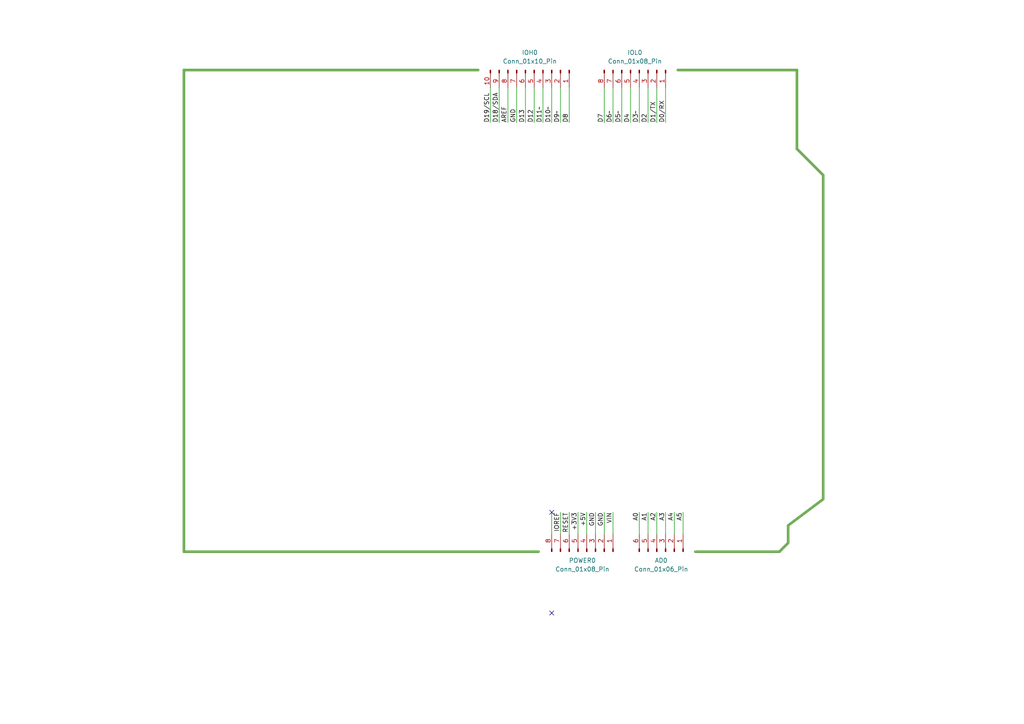
<source format=kicad_sch>
(kicad_sch (version 20250114) (generator "eeschema") (generator_version "9.0")
  (paper "A4")
  (lib_symbols
    (symbol "Connector:Conn_01x06_Pin" (pin_names (offset 1.016) (hide yes))
      (property "Reference" "J" (at 0 7.62 0))
      (property "Value" "Conn_01x06_Pin" (at 0 -10.16 0))
      (symbol "Conn_01x06_Pin_1_1"
        (rectangle (start 0.8636 5.207) (end 0 4.953) (stroke (width 0.1524)) (fill (type outline)))
        (rectangle (start 0.8636 2.667) (end 0 2.413) (stroke (width 0.1524)) (fill (type outline)))
        (rectangle (start 0.8636 0.127) (end 0 -0.127) (stroke (width 0.1524)) (fill (type outline)))
        (rectangle (start 0.8636 -2.413) (end 0 -2.667) (stroke (width 0.1524)) (fill (type outline)))
        (rectangle (start 0.8636 -4.953) (end 0 -5.207) (stroke (width 0.1524)) (fill (type outline)))
        (rectangle (start 0.8636 -7.493) (end 0 -7.747) (stroke (width 0.1524)) (fill (type outline)))
        (polyline (pts (xy 1.27 5.08) (xy 0.8636 5.08)) (stroke (width 0.1524)))
        (polyline (pts (xy 1.27 2.54) (xy 0.8636 2.54)) (stroke (width 0.1524)))
        (polyline (pts (xy 1.27 0) (xy 0.8636 0)) (stroke (width 0.1524)))
        (polyline (pts (xy 1.27 -2.54) (xy 0.8636 -2.54)) (stroke (width 0.1524)))
        (polyline (pts (xy 1.27 -5.08) (xy 0.8636 -5.08)) (stroke (width 0.1524)))
        (polyline (pts (xy 1.27 -7.62) (xy 0.8636 -7.62)) (stroke (width 0.1524)))
        (pin passive line (at 5.08 5.08 180) (length 3.81) (name "Pin_1") (number "1"))
        (pin passive line (at 5.08 2.54 180) (length 3.81) (name "Pin_2") (number "2"))
        (pin passive line (at 5.08 0 180) (length 3.81) (name "Pin_3") (number "3"))
        (pin passive line (at 5.08 -2.54 180) (length 3.81) (name "Pin_4") (number "4"))
        (pin passive line (at 5.08 -5.08 180) (length 3.81) (name "Pin_5") (number "5"))
        (pin passive line (at 5.08 -7.62 180) (length 3.81) (name "Pin_6") (number "6"))
      )
    )
    (symbol "Connector:Conn_01x08_Pin" (pin_names (offset 1.016) (hide yes))
      (property "Reference" "J" (at 0 10.16 0))
      (property "Value" "Conn_01x08_Pin" (at 0 -12.7 0))
      (symbol "Conn_01x08_Pin_1_1"
        (rectangle (start 0.8636 7.747) (end 0 7.493) (stroke (width 0.1524)) (fill (type outline)))
        (rectangle (start 0.8636 5.207) (end 0 4.953) (stroke (width 0.1524)) (fill (type outline)))
        (rectangle (start 0.8636 2.667) (end 0 2.413) (stroke (width 0.1524)) (fill (type outline)))
        (rectangle (start 0.8636 0.127) (end 0 -0.127) (stroke (width 0.1524)) (fill (type outline)))
        (rectangle (start 0.8636 -2.413) (end 0 -2.667) (stroke (width 0.1524)) (fill (type outline)))
        (rectangle (start 0.8636 -4.953) (end 0 -5.207) (stroke (width 0.1524)) (fill (type outline)))
        (rectangle (start 0.8636 -7.493) (end 0 -7.747) (stroke (width 0.1524)) (fill (type outline)))
        (rectangle (start 0.8636 -10.033) (end 0 -10.287) (stroke (width 0.1524)) (fill (type outline)))
        (polyline (pts (xy 1.27 7.62) (xy 0.8636 7.62)) (stroke (width 0.1524)))
        (polyline (pts (xy 1.27 5.08) (xy 0.8636 5.08)) (stroke (width 0.1524)))
        (polyline (pts (xy 1.27 2.54) (xy 0.8636 2.54)) (stroke (width 0.1524)))
        (polyline (pts (xy 1.27 0) (xy 0.8636 0)) (stroke (width 0.1524)))
        (polyline (pts (xy 1.27 -2.54) (xy 0.8636 -2.54)) (stroke (width 0.1524)))
        (polyline (pts (xy 1.27 -5.08) (xy 0.8636 -5.08)) (stroke (width 0.1524)))
        (polyline (pts (xy 1.27 -7.62) (xy 0.8636 -7.62)) (stroke (width 0.1524)))
        (polyline (pts (xy 1.27 -10.16) (xy 0.8636 -10.16)) (stroke (width 0.1524)))
        (pin passive line (at 5.08 7.62 180) (length 3.81) (name "Pin_1") (number "1"))
        (pin passive line (at 5.08 5.08 180) (length 3.81) (name "Pin_2") (number "2"))
        (pin passive line (at 5.08 2.54 180) (length 3.81) (name "Pin_3") (number "3"))
        (pin passive line (at 5.08 0 180) (length 3.81) (name "Pin_4") (number "4"))
        (pin passive line (at 5.08 -2.54 180) (length 3.81) (name "Pin_5") (number "5"))
        (pin passive line (at 5.08 -5.08 180) (length 3.81) (name "Pin_6") (number "6"))
        (pin passive line (at 5.08 -7.62 180) (length 3.81) (name "Pin_7") (number "7"))
        (pin passive line (at 5.08 -10.16 180) (length 3.81) (name "Pin_8") (number "8"))
      )
    )
    (symbol "Connector:Conn_01x10_Pin" (pin_names (offset 1.016) (hide yes))
      (property "Reference" "J" (at 0 12.7 0))
      (property "Value" "Conn_01x10_Pin" (at 0 -15.24 0))
      (symbol "Conn_01x10_Pin_1_1"
        (rectangle (start 0.8636 10.287) (end 0 10.033) (stroke (width 0.1524)) (fill (type outline)))
        (rectangle (start 0.8636 7.747) (end 0 7.493) (stroke (width 0.1524)) (fill (type outline)))
        (rectangle (start 0.8636 5.207) (end 0 4.953) (stroke (width 0.1524)) (fill (type outline)))
        (rectangle (start 0.8636 2.667) (end 0 2.413) (stroke (width 0.1524)) (fill (type outline)))
        (rectangle (start 0.8636 0.127) (end 0 -0.127) (stroke (width 0.1524)) (fill (type outline)))
        (rectangle (start 0.8636 -2.413) (end 0 -2.667) (stroke (width 0.1524)) (fill (type outline)))
        (rectangle (start 0.8636 -4.953) (end 0 -5.207) (stroke (width 0.1524)) (fill (type outline)))
        (rectangle (start 0.8636 -7.493) (end 0 -7.747) (stroke (width 0.1524)) (fill (type outline)))
        (rectangle (start 0.8636 -10.033) (end 0 -10.287) (stroke (width 0.1524)) (fill (type outline)))
        (rectangle (start 0.8636 -12.573) (end 0 -12.827) (stroke (width 0.1524)) (fill (type outline)))
        (polyline (pts (xy 1.27 10.16) (xy 0.8636 10.16)) (stroke (width 0.1524)))
        (polyline (pts (xy 1.27 7.62) (xy 0.8636 7.62)) (stroke (width 0.1524)))
        (polyline (pts (xy 1.27 5.08) (xy 0.8636 5.08)) (stroke (width 0.1524)))
        (polyline (pts (xy 1.27 2.54) (xy 0.8636 2.54)) (stroke (width 0.1524)))
        (polyline (pts (xy 1.27 0) (xy 0.8636 0)) (stroke (width 0.1524)))
        (polyline (pts (xy 1.27 -2.54) (xy 0.8636 -2.54)) (stroke (width 0.1524)))
        (polyline (pts (xy 1.27 -5.08) (xy 0.8636 -5.08)) (stroke (width 0.1524)))
        (polyline (pts (xy 1.27 -7.62) (xy 0.8636 -7.62)) (stroke (width 0.1524)))
        (polyline (pts (xy 1.27 -10.16) (xy 0.8636 -10.16)) (stroke (width 0.1524)))
        (polyline (pts (xy 1.27 -12.7) (xy 0.8636 -12.7)) (stroke (width 0.1524)))
        (pin passive line (at 5.08 10.16 180) (length 3.81) (name "Pin_1") (number "1"))
        (pin passive line (at 5.08 7.62 180) (length 3.81) (name "Pin_2") (number "2"))
        (pin passive line (at 5.08 5.08 180) (length 3.81) (name "Pin_3") (number "3"))
        (pin passive line (at 5.08 2.54 180) (length 3.81) (name "Pin_4") (number "4"))
        (pin passive line (at 5.08 0 180) (length 3.81) (name "Pin_5") (number "5"))
        (pin passive line (at 5.08 -2.54 180) (length 3.81) (name "Pin_6") (number "6"))
        (pin passive line (at 5.08 -5.08 180) (length 3.81) (name "Pin_7") (number "7"))
        (pin passive line (at 5.08 -7.62 180) (length 3.81) (name "Pin_8") (number "8"))
        (pin passive line (at 5.08 -10.16 180) (length 3.81) (name "Pin_9") (number "9"))
        (pin passive line (at 5.08 -12.7 180) (length 3.81) (name "Pin_10") (number "10"))
      )
    )
  )
  (no_connect (at 160.02 177.8))
  (no_connect (at 160.02 148.59))
  (wire (pts (xy 167.64 148.59) (xy 167.64 154.94)))
  (polyline (pts (xy 196.596 20.32) (xy 231.14 20.32)) (stroke (width 0.762) (type solid) (color 106 168 79 1)))
  (wire (pts (xy 144.78 25.4) (xy 144.78 35.56)))
  (wire (pts (xy 182.88 25.4) (xy 182.88 35.56)))
  (polyline (pts (xy 231.14 43.18) (xy 238.76 50.8)) (stroke (width 0.762) (type solid) (color 106 168 79 1)))
  (wire (pts (xy 162.56 148.59) (xy 162.56 154.94)))
  (wire (pts (xy 142.24 25.4) (xy 142.24 35.56)))
  (wire (pts (xy 177.8 25.4) (xy 177.8 35.56)))
  (polyline (pts (xy 228.6 157.48) (xy 226.06 160.02)) (stroke (width 0.762) (type solid) (color 106 168 79 1)))
  (wire (pts (xy 193.04 148.59) (xy 193.04 154.94)))
  (polyline (pts (xy 53.34 20.32) (xy 138.684 20.32)) (stroke (width 0.762) (type solid) (color 106 168 79 1)))
  (wire (pts (xy 170.18 148.59) (xy 170.18 154.94)))
  (wire (pts (xy 185.42 148.59) (xy 185.42 154.94)))
  (wire (pts (xy 177.8 148.59) (xy 177.8 154.94)))
  (wire (pts (xy 195.58 148.59) (xy 195.58 154.94)))
  (wire (pts (xy 172.72 148.59) (xy 172.72 154.94)))
  (wire (pts (xy 154.94 25.4) (xy 154.94 35.56)))
  (polyline (pts (xy 226.06 160.02) (xy 201.676 160.02)) (stroke (width 0.762) (type solid) (color 106 168 79 1)))
  (wire (pts (xy 165.1 148.59) (xy 165.1 154.94)))
  (wire (pts (xy 160.02 25.4) (xy 160.02 35.56)))
  (wire (pts (xy 152.4 25.4) (xy 152.4 35.56)))
  (polyline (pts (xy 53.34 160.02) (xy 53.34 20.32)) (stroke (width 0.762) (type solid) (color 106 168 79 1)))
  (wire (pts (xy 193.04 25.4) (xy 193.04 35.56)))
  (wire (pts (xy 149.86 25.4) (xy 149.86 35.56)))
  (wire (pts (xy 147.32 25.4) (xy 147.32 35.56)))
  (polyline (pts (xy 228.6 152.4) (xy 228.6 157.48)) (stroke (width 0.762) (type solid) (color 106 168 79 1)))
  (wire (pts (xy 190.5 148.59) (xy 190.5 154.94)))
  (wire (pts (xy 190.5 25.4) (xy 190.5 35.56)))
  (wire (pts (xy 175.26 25.4) (xy 175.26 35.56)))
  (wire (pts (xy 180.34 25.4) (xy 180.34 35.56)))
  (wire (pts (xy 162.56 25.4) (xy 162.56 35.56)))
  (wire (pts (xy 185.42 25.4) (xy 185.42 35.56)))
  (wire (pts (xy 198.12 148.59) (xy 198.12 154.94)))
  (wire (pts (xy 187.96 25.4) (xy 187.96 35.56)))
  (wire (pts (xy 165.1 25.4) (xy 165.1 35.56)))
  (wire (pts (xy 187.96 148.59) (xy 187.96 154.94)))
  (wire (pts (xy 157.48 25.4) (xy 157.48 35.56)))
  (polyline (pts (xy 238.76 50.8) (xy 238.76 144.78)) (stroke (width 0.762) (type solid) (color 106 168 79 1)))
  (wire (pts (xy 160.02 148.59) (xy 160.02 154.94)))
  (wire (pts (xy 175.26 148.59) (xy 175.26 154.94)))
  (polyline (pts (xy 238.76 144.78) (xy 228.6 152.4)) (stroke (width 0.762) (type solid) (color 106 168 79 1)))
  (polyline (pts (xy 231.14 20.32) (xy 231.14 43.18)) (stroke (width 0.762) (type solid) (color 106 168 79 1)))
  (polyline (pts (xy 156.21 160.02) (xy 53.34 160.02)) (stroke (width 0.762) (type solid) (color 106 168 79 1)))
  (label "D10~" (at 160.02 35.56 90))
  (label "D1{slash}TX" (at 190.5 35.56 90))
  (label "D19{slash}SCL" (at 142.24 35.56 90))
  (label "D6~" (at 177.8 35.56 90))
  (label "D0{slash}RX" (at 193.04 35.56 90))
  (label "A1" (at 187.96 148.59 270))
  (label "D4" (at 182.88 35.56 90))
  (label "VIN" (at 177.8 148.59 270))
  (label "D18{slash}SDA" (at 144.78 35.56 90))
  (label "D13" (at 152.4 35.56 90))
  (label "+5V" (at 170.18 148.59 270))
  (label "D2" (at 187.96 35.56 90))
  (label "GND" (at 172.72 148.59 270))
  (label "GND" (at 175.26 148.59 270))
  (label "A5" (at 198.12 148.59 270))
  (label "A0" (at 185.42 148.59 270))
  (label "A4" (at 195.58 148.59 270))
  (label "D12" (at 154.94 35.56 90))
  (label "A3" (at 193.04 148.59 270))
  (label "A2" (at 190.5 148.59 270))
  (label "+3V3" (at 167.64 148.59 270))
  (label "D8" (at 165.1 35.56 90))
  (label "D11~" (at 157.48 35.56 90))
  (label "AREF" (at 147.32 35.56 90))
  (label "D9~" (at 162.56 35.56 90))
  (label "IOREF" (at 162.56 148.59 270))
  (label "D3~" (at 185.42 35.56 90))
  (label "RESET" (at 165.1 148.59 270))
  (label "D7" (at 175.26 35.56 90))
  (label "GND" (at 149.86 35.56 90))
  (label "D5~" (at 180.34 35.56 90))
  (symbol (lib_id "Connector:Conn_01x08_Pin") (at 185.42 20.32 270) (unit 1)
    (property "Reference" "IOL0" (at 184.15 15.24 90))
    (property "Value" "Conn_01x08_Pin" (at 184.15 17.78 90))
    (property "Description" "Generic connector, single row, 01x08, script generated" (effects (hide yes)))
  )
  (symbol (lib_id "Connector:Conn_01x10_Pin") (at 154.94 20.32 270) (unit 1)
    (property "Reference" "IOH0" (at 153.67 15.24 90))
    (property "Value" "Conn_01x10_Pin" (at 153.67 17.78 90))
    (property "Description" "Generic connector, single row, 01x10, script generated" (effects (hide yes)))
  )
  (symbol (lib_id "Connector:Conn_01x08_Pin") (at 170.18 160.02 270) (mirror x) (unit 1)
    (property "Reference" "POWER0" (at 168.91 162.56 90))
    (property "Value" "Conn_01x08_Pin" (at 168.91 165.1 90))
    (property "Description" "Generic connector, single row, 01x08, script generated" (effects (hide yes)))
  )
  (symbol (lib_id "Connector:Conn_01x06_Pin") (at 193.04 160.02 270) (mirror x) (unit 1)
    (property "Reference" "AD0" (at 191.77 162.56 90))
    (property "Value" "Conn_01x06_Pin" (at 191.77 165.1 90))
    (property "Description" "Generic connector, single row, 01x06, script generated" (effects (hide yes)))
  )
)
</source>
